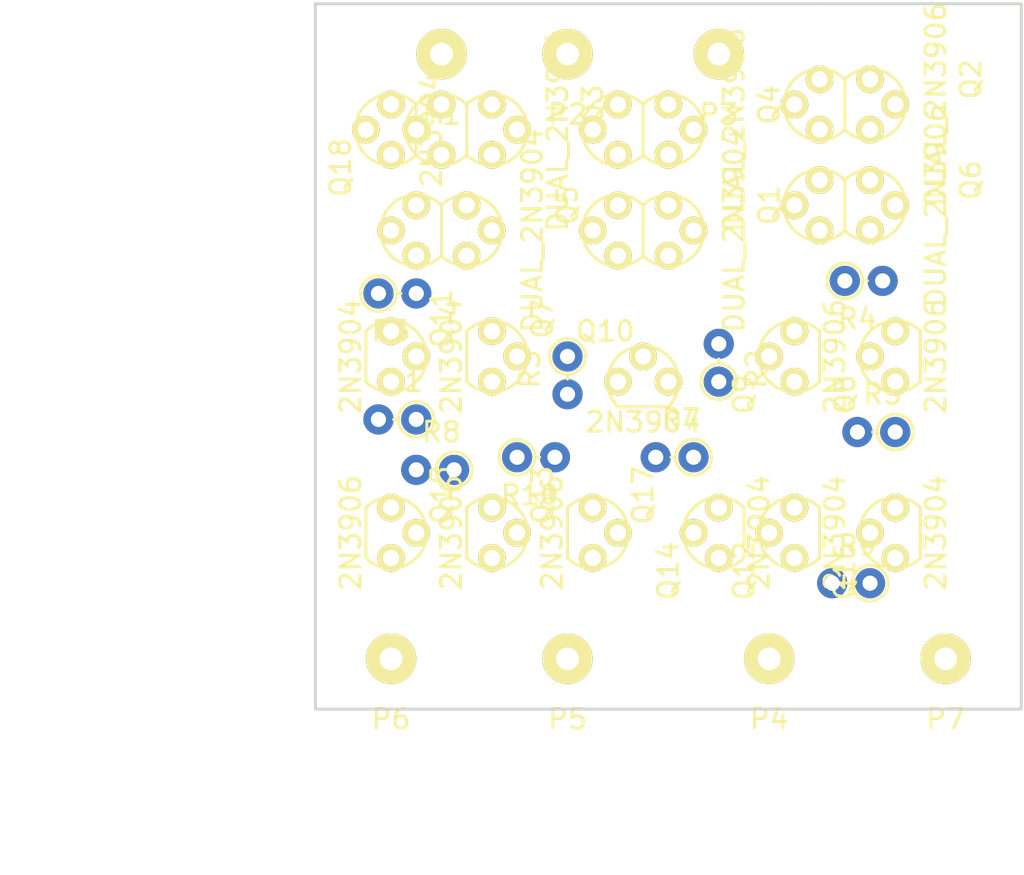
<source format=kicad_pcb>
(kicad_pcb (version 4) (host pcbnew 4.0.7)

  (general
    (links 75)
    (no_connects 75)
    (area 161.45 97.527142 191.575 126.67)
    (thickness 1.6)
    (drawings 8)
    (tracks 0)
    (zones 0)
    (modules 35)
    (nets 25)
  )

  (page A4)
  (layers
    (0 F.Cu signal)
    (31 B.Cu signal)
    (32 B.Adhes user)
    (33 F.Adhes user)
    (34 B.Paste user)
    (35 F.Paste user)
    (36 B.SilkS user)
    (37 F.SilkS user)
    (38 B.Mask user)
    (39 F.Mask user)
    (40 Dwgs.User user)
    (41 Cmts.User user)
    (42 Eco1.User user)
    (43 Eco2.User user)
    (44 Edge.Cuts user)
    (45 Margin user)
    (46 B.CrtYd user)
    (47 F.CrtYd user)
    (48 B.Fab user)
    (49 F.Fab user)
  )

  (setup
    (last_trace_width 0.25)
    (trace_clearance 0.2)
    (zone_clearance 0.508)
    (zone_45_only no)
    (trace_min 0.2)
    (segment_width 0.2)
    (edge_width 0.15)
    (via_size 0.6)
    (via_drill 0.4)
    (via_min_size 0.4)
    (via_min_drill 0.3)
    (uvia_size 0.3)
    (uvia_drill 0.1)
    (uvias_allowed no)
    (uvia_min_size 0.2)
    (uvia_min_drill 0.1)
    (pcb_text_width 0.3)
    (pcb_text_size 1.5 1.5)
    (mod_edge_width 0.15)
    (mod_text_size 1 1)
    (mod_text_width 0.15)
    (pad_size 1.524 1.524)
    (pad_drill 0.762)
    (pad_to_mask_clearance 0.2)
    (aux_axis_origin 0 0)
    (visible_elements 7FFFFFFF)
    (pcbplotparams
      (layerselection 0x00030_80000001)
      (usegerberextensions false)
      (excludeedgelayer true)
      (linewidth 0.100000)
      (plotframeref false)
      (viasonmask false)
      (mode 1)
      (useauxorigin false)
      (hpglpennumber 1)
      (hpglpenspeed 20)
      (hpglpendiameter 15)
      (hpglpenoverlay 2)
      (psnegative false)
      (psa4output false)
      (plotreference true)
      (plotvalue true)
      (plotinvisibletext false)
      (padsonsilk false)
      (subtractmaskfromsilk false)
      (outputformat 1)
      (mirror false)
      (drillshape 1)
      (scaleselection 1)
      (outputdirectory ""))
  )

  (net 0 "")
  (net 1 "Net-(P1-Pad1)")
  (net 2 "Net-(P2-Pad1)")
  (net 3 "Net-(P3-Pad1)")
  (net 4 "Net-(P4-Pad1)")
  (net 5 "Net-(P5-Pad1)")
  (net 6 "Net-(P6-Pad1)")
  (net 7 "Net-(P7-Pad1)")
  (net 8 "Net-(Q1-Pad3)")
  (net 9 "Net-(Q1-Pad1)")
  (net 10 "Net-(Q1-Pad6)")
  (net 11 "Net-(Q3-Pad2)")
  (net 12 "Net-(Q3-Pad6)")
  (net 13 "Net-(Q4-Pad1)")
  (net 14 "Net-(Q5-Pad6)")
  (net 15 "Net-(Q11-Pad2)")
  (net 16 "Net-(Q8-Pad1)")
  (net 17 "Net-(Q10-Pad3)")
  (net 18 "Net-(Q9-Pad1)")
  (net 19 "Net-(Q10-Pad2)")
  (net 20 "Net-(Q11-Pad1)")
  (net 21 "Net-(Q12-Pad2)")
  (net 22 "Net-(Q13-Pad2)")
  (net 23 "Net-(Q14-Pad1)")
  (net 24 "Net-(Q15-Pad1)")

  (net_class Default "This is the default net class."
    (clearance 0.2)
    (trace_width 0.25)
    (via_dia 0.6)
    (via_drill 0.4)
    (uvia_dia 0.3)
    (uvia_drill 0.1)
    (add_net "Net-(P1-Pad1)")
    (add_net "Net-(P2-Pad1)")
    (add_net "Net-(P3-Pad1)")
    (add_net "Net-(P4-Pad1)")
    (add_net "Net-(P5-Pad1)")
    (add_net "Net-(P6-Pad1)")
    (add_net "Net-(P7-Pad1)")
    (add_net "Net-(Q1-Pad1)")
    (add_net "Net-(Q1-Pad3)")
    (add_net "Net-(Q1-Pad6)")
    (add_net "Net-(Q10-Pad2)")
    (add_net "Net-(Q10-Pad3)")
    (add_net "Net-(Q11-Pad1)")
    (add_net "Net-(Q11-Pad2)")
    (add_net "Net-(Q12-Pad2)")
    (add_net "Net-(Q13-Pad2)")
    (add_net "Net-(Q14-Pad1)")
    (add_net "Net-(Q15-Pad1)")
    (add_net "Net-(Q3-Pad2)")
    (add_net "Net-(Q3-Pad6)")
    (add_net "Net-(Q4-Pad1)")
    (add_net "Net-(Q5-Pad6)")
    (add_net "Net-(Q8-Pad1)")
    (add_net "Net-(Q9-Pad1)")
  )

  (module FootPrints:PAD (layer F.Cu) (tedit 58CB3E9B) (tstamp 5A63F9D6)
    (at 168.91 104.14)
    (path /5A636B91)
    (fp_text reference P1 (at 0 0.5) (layer F.SilkS)
      (effects (font (size 1 1) (thickness 0.15)))
    )
    (fp_text value BIAS (at 0 -0.5) (layer F.Fab)
      (effects (font (size 1 1) (thickness 0.15)))
    )
    (pad 1 thru_hole circle (at 0 -2.54) (size 2.54 2.54) (drill 1.143) (layers *.Cu *.Mask F.SilkS)
      (net 1 "Net-(P1-Pad1)"))
  )

  (module FootPrints:PAD (layer F.Cu) (tedit 58CB3E9B) (tstamp 5A63F9DB)
    (at 175.26 104.14)
    (path /5A6369AC)
    (fp_text reference P2 (at 0 0.5) (layer F.SilkS)
      (effects (font (size 1 1) (thickness 0.15)))
    )
    (fp_text value + (at 0 -0.5) (layer F.Fab)
      (effects (font (size 1 1) (thickness 0.15)))
    )
    (pad 1 thru_hole circle (at 0 -2.54) (size 2.54 2.54) (drill 1.143) (layers *.Cu *.Mask F.SilkS)
      (net 2 "Net-(P2-Pad1)"))
  )

  (module FootPrints:PAD (layer F.Cu) (tedit 58CB3E9B) (tstamp 5A63F9E0)
    (at 182.88 104.14)
    (path /5A636B0F)
    (fp_text reference P3 (at 0 0.5) (layer F.SilkS)
      (effects (font (size 1 1) (thickness 0.15)))
    )
    (fp_text value - (at 0 -0.5) (layer F.Fab)
      (effects (font (size 1 1) (thickness 0.15)))
    )
    (pad 1 thru_hole circle (at 0 -2.54) (size 2.54 2.54) (drill 1.143) (layers *.Cu *.Mask F.SilkS)
      (net 3 "Net-(P3-Pad1)"))
  )

  (module FootPrints:PAD (layer F.Cu) (tedit 58CB3E9B) (tstamp 5A63F9E5)
    (at 185.42 134.62)
    (path /5A636F22)
    (fp_text reference P4 (at 0 0.5) (layer F.SilkS)
      (effects (font (size 1 1) (thickness 0.15)))
    )
    (fp_text value COMP (at 0 -0.5) (layer F.Fab)
      (effects (font (size 1 1) (thickness 0.15)))
    )
    (pad 1 thru_hole circle (at 0 -2.54) (size 2.54 2.54) (drill 1.143) (layers *.Cu *.Mask F.SilkS)
      (net 4 "Net-(P4-Pad1)"))
  )

  (module FootPrints:PAD (layer F.Cu) (tedit 58CB3E9B) (tstamp 5A63F9EA)
    (at 175.26 134.62)
    (path /5A636C74)
    (fp_text reference P5 (at 0 0.5) (layer F.SilkS)
      (effects (font (size 1 1) (thickness 0.15)))
    )
    (fp_text value OUT (at 0 -0.5) (layer F.Fab)
      (effects (font (size 1 1) (thickness 0.15)))
    )
    (pad 1 thru_hole circle (at 0 -2.54) (size 2.54 2.54) (drill 1.143) (layers *.Cu *.Mask F.SilkS)
      (net 5 "Net-(P5-Pad1)"))
  )

  (module FootPrints:PAD (layer F.Cu) (tedit 58CB3E9B) (tstamp 5A63F9EF)
    (at 166.37 134.62)
    (path /5A63F566)
    (fp_text reference P6 (at 0 0.5) (layer F.SilkS)
      (effects (font (size 1 1) (thickness 0.15)))
    )
    (fp_text value V- (at 0 -0.5) (layer F.Fab)
      (effects (font (size 1 1) (thickness 0.15)))
    )
    (pad 1 thru_hole circle (at 0 -2.54) (size 2.54 2.54) (drill 1.143) (layers *.Cu *.Mask F.SilkS)
      (net 6 "Net-(P6-Pad1)"))
  )

  (module FootPrints:PAD (layer F.Cu) (tedit 58CB3E9B) (tstamp 5A63F9F4)
    (at 194.31 134.62)
    (path /5A63F480)
    (fp_text reference P7 (at 0 0.5) (layer F.SilkS)
      (effects (font (size 1 1) (thickness 0.15)))
    )
    (fp_text value V+ (at 0 -0.5) (layer F.Fab)
      (effects (font (size 1 1) (thickness 0.15)))
    )
    (pad 1 thru_hole circle (at 0 -2.54) (size 2.54 2.54) (drill 1.143) (layers *.Cu *.Mask F.SilkS)
      (net 7 "Net-(P7-Pad1)"))
  )

  (module FootPrints:DUAL_TO92 (layer F.Cu) (tedit 589B6499) (tstamp 5A63F9FE)
    (at 179.07 110.49 90)
    (path /5A635C8D)
    (fp_text reference Q1 (at 1.27 6.35 90) (layer F.SilkS)
      (effects (font (size 1 1) (thickness 0.15)))
    )
    (fp_text value DUAL_2N3904 (at 0 4.58 90) (layer F.SilkS)
      (effects (font (size 1 1) (thickness 0.15)))
    )
    (fp_arc (start 0 1.27) (end -1.27 2.54) (angle 90) (layer F.SilkS) (width 0.15))
    (fp_arc (start 0 1.27) (end 1.27 2.54) (angle 90) (layer F.SilkS) (width 0.15))
    (fp_arc (start 0 1.27) (end 1.27 0) (angle 90) (layer F.SilkS) (width 0.15))
    (fp_arc (start 0 -1.27) (end 1.27 -2.54) (angle 90) (layer F.SilkS) (width 0.15))
    (fp_arc (start 0 -1.27) (end -1.27 -2.54) (angle 90) (layer F.SilkS) (width 0.15))
    (fp_arc (start 0 -1.27) (end -1.27 0) (angle 90) (layer F.SilkS) (width 0.15))
    (fp_line (start -1.27 0) (end 1.27 0) (layer F.SilkS) (width 0.15))
    (pad 2 thru_hole circle (at 0 2.54 90) (size 1.397 1.397) (drill 0.8128) (layers *.Cu *.Mask F.SilkS)
      (net 3 "Net-(P3-Pad1)"))
    (pad 3 thru_hole circle (at -1.27 1.27 90) (size 1.397 1.397) (drill 0.8128) (layers *.Cu *.Mask F.SilkS)
      (net 8 "Net-(Q1-Pad3)"))
    (pad 1 thru_hole circle (at 1.27 1.27 90) (size 1.397 1.397) (drill 0.8128) (layers *.Cu *.Mask F.SilkS)
      (net 9 "Net-(Q1-Pad1)"))
    (pad 6 thru_hole circle (at 1.27 -1.27 90) (size 1.397 1.397) (drill 0.8128) (layers *.Cu *.Mask F.SilkS)
      (net 10 "Net-(Q1-Pad6)"))
    (pad 4 thru_hole circle (at -1.27 -1.27 90) (size 1.397 1.397) (drill 0.8128) (layers *.Cu *.Mask F.SilkS)
      (net 9 "Net-(Q1-Pad1)"))
    (pad 5 thru_hole circle (at 0 -2.54 90) (size 1.397 1.397) (drill 0.8128) (layers *.Cu *.Mask F.SilkS)
      (net 2 "Net-(P2-Pad1)"))
  )

  (module FootPrints:DUAL_TO92 (layer F.Cu) (tedit 589B6499) (tstamp 5A63FA08)
    (at 189.23 104.14 90)
    (path /5A635DBA)
    (fp_text reference Q2 (at 1.27 6.35 90) (layer F.SilkS)
      (effects (font (size 1 1) (thickness 0.15)))
    )
    (fp_text value DUAL_2N3906 (at 0 4.58 90) (layer F.SilkS)
      (effects (font (size 1 1) (thickness 0.15)))
    )
    (fp_arc (start 0 1.27) (end -1.27 2.54) (angle 90) (layer F.SilkS) (width 0.15))
    (fp_arc (start 0 1.27) (end 1.27 2.54) (angle 90) (layer F.SilkS) (width 0.15))
    (fp_arc (start 0 1.27) (end 1.27 0) (angle 90) (layer F.SilkS) (width 0.15))
    (fp_arc (start 0 -1.27) (end 1.27 -2.54) (angle 90) (layer F.SilkS) (width 0.15))
    (fp_arc (start 0 -1.27) (end -1.27 -2.54) (angle 90) (layer F.SilkS) (width 0.15))
    (fp_arc (start 0 -1.27) (end -1.27 0) (angle 90) (layer F.SilkS) (width 0.15))
    (fp_line (start -1.27 0) (end 1.27 0) (layer F.SilkS) (width 0.15))
    (pad 2 thru_hole circle (at 0 2.54 90) (size 1.397 1.397) (drill 0.8128) (layers *.Cu *.Mask F.SilkS)
      (net 8 "Net-(Q1-Pad3)"))
    (pad 3 thru_hole circle (at -1.27 1.27 90) (size 1.397 1.397) (drill 0.8128) (layers *.Cu *.Mask F.SilkS)
      (net 10 "Net-(Q1-Pad6)"))
    (pad 1 thru_hole circle (at 1.27 1.27 90) (size 1.397 1.397) (drill 0.8128) (layers *.Cu *.Mask F.SilkS)
      (net 7 "Net-(P7-Pad1)"))
    (pad 6 thru_hole circle (at 1.27 -1.27 90) (size 1.397 1.397) (drill 0.8128) (layers *.Cu *.Mask F.SilkS)
      (net 8 "Net-(Q1-Pad3)"))
    (pad 4 thru_hole circle (at -1.27 -1.27 90) (size 1.397 1.397) (drill 0.8128) (layers *.Cu *.Mask F.SilkS)
      (net 7 "Net-(P7-Pad1)"))
    (pad 5 thru_hole circle (at 0 -2.54 90) (size 1.397 1.397) (drill 0.8128) (layers *.Cu *.Mask F.SilkS)
      (net 8 "Net-(Q1-Pad3)"))
  )

  (module FootPrints:DUAL_TO92 (layer F.Cu) (tedit 589B6499) (tstamp 5A63FA12)
    (at 170.18 105.41 90)
    (path /5A635F58)
    (fp_text reference Q3 (at 1.27 6.35 90) (layer F.SilkS)
      (effects (font (size 1 1) (thickness 0.15)))
    )
    (fp_text value DUAL_2N3904 (at 0 4.58 90) (layer F.SilkS)
      (effects (font (size 1 1) (thickness 0.15)))
    )
    (fp_arc (start 0 1.27) (end -1.27 2.54) (angle 90) (layer F.SilkS) (width 0.15))
    (fp_arc (start 0 1.27) (end 1.27 2.54) (angle 90) (layer F.SilkS) (width 0.15))
    (fp_arc (start 0 1.27) (end 1.27 0) (angle 90) (layer F.SilkS) (width 0.15))
    (fp_arc (start 0 -1.27) (end 1.27 -2.54) (angle 90) (layer F.SilkS) (width 0.15))
    (fp_arc (start 0 -1.27) (end -1.27 -2.54) (angle 90) (layer F.SilkS) (width 0.15))
    (fp_arc (start 0 -1.27) (end -1.27 0) (angle 90) (layer F.SilkS) (width 0.15))
    (fp_line (start -1.27 0) (end 1.27 0) (layer F.SilkS) (width 0.15))
    (pad 2 thru_hole circle (at 0 2.54 90) (size 1.397 1.397) (drill 0.8128) (layers *.Cu *.Mask F.SilkS)
      (net 11 "Net-(Q3-Pad2)"))
    (pad 3 thru_hole circle (at -1.27 1.27 90) (size 1.397 1.397) (drill 0.8128) (layers *.Cu *.Mask F.SilkS)
      (net 11 "Net-(Q3-Pad2)"))
    (pad 1 thru_hole circle (at 1.27 1.27 90) (size 1.397 1.397) (drill 0.8128) (layers *.Cu *.Mask F.SilkS)
      (net 6 "Net-(P6-Pad1)"))
    (pad 6 thru_hole circle (at 1.27 -1.27 90) (size 1.397 1.397) (drill 0.8128) (layers *.Cu *.Mask F.SilkS)
      (net 12 "Net-(Q3-Pad6)"))
    (pad 4 thru_hole circle (at -1.27 -1.27 90) (size 1.397 1.397) (drill 0.8128) (layers *.Cu *.Mask F.SilkS)
      (net 6 "Net-(P6-Pad1)"))
    (pad 5 thru_hole circle (at 0 -2.54 90) (size 1.397 1.397) (drill 0.8128) (layers *.Cu *.Mask F.SilkS)
      (net 11 "Net-(Q3-Pad2)"))
  )

  (module FootPrints:DUAL_TO92 (layer F.Cu) (tedit 589B6499) (tstamp 5A63FA1C)
    (at 179.07 105.41 90)
    (path /5A635CDC)
    (fp_text reference Q4 (at 1.27 6.35 90) (layer F.SilkS)
      (effects (font (size 1 1) (thickness 0.15)))
    )
    (fp_text value DUAL_2N3906 (at 0 4.58 90) (layer F.SilkS)
      (effects (font (size 1 1) (thickness 0.15)))
    )
    (fp_arc (start 0 1.27) (end -1.27 2.54) (angle 90) (layer F.SilkS) (width 0.15))
    (fp_arc (start 0 1.27) (end 1.27 2.54) (angle 90) (layer F.SilkS) (width 0.15))
    (fp_arc (start 0 1.27) (end 1.27 0) (angle 90) (layer F.SilkS) (width 0.15))
    (fp_arc (start 0 -1.27) (end 1.27 -2.54) (angle 90) (layer F.SilkS) (width 0.15))
    (fp_arc (start 0 -1.27) (end -1.27 -2.54) (angle 90) (layer F.SilkS) (width 0.15))
    (fp_arc (start 0 -1.27) (end -1.27 0) (angle 90) (layer F.SilkS) (width 0.15))
    (fp_line (start -1.27 0) (end 1.27 0) (layer F.SilkS) (width 0.15))
    (pad 2 thru_hole circle (at 0 2.54 90) (size 1.397 1.397) (drill 0.8128) (layers *.Cu *.Mask F.SilkS)
      (net 3 "Net-(P3-Pad1)"))
    (pad 3 thru_hole circle (at -1.27 1.27 90) (size 1.397 1.397) (drill 0.8128) (layers *.Cu *.Mask F.SilkS)
      (net 11 "Net-(Q3-Pad2)"))
    (pad 1 thru_hole circle (at 1.27 1.27 90) (size 1.397 1.397) (drill 0.8128) (layers *.Cu *.Mask F.SilkS)
      (net 13 "Net-(Q4-Pad1)"))
    (pad 6 thru_hole circle (at 1.27 -1.27 90) (size 1.397 1.397) (drill 0.8128) (layers *.Cu *.Mask F.SilkS)
      (net 12 "Net-(Q3-Pad6)"))
    (pad 4 thru_hole circle (at -1.27 -1.27 90) (size 1.397 1.397) (drill 0.8128) (layers *.Cu *.Mask F.SilkS)
      (net 13 "Net-(Q4-Pad1)"))
    (pad 5 thru_hole circle (at 0 -2.54 90) (size 1.397 1.397) (drill 0.8128) (layers *.Cu *.Mask F.SilkS)
      (net 2 "Net-(P2-Pad1)"))
  )

  (module FootPrints:DUAL_TO92 (layer F.Cu) (tedit 589B6499) (tstamp 5A63FA26)
    (at 168.91 110.49 90)
    (path /5A636254)
    (fp_text reference Q5 (at 1.27 6.35 90) (layer F.SilkS)
      (effects (font (size 1 1) (thickness 0.15)))
    )
    (fp_text value DUAL_2N3904 (at 0 4.58 90) (layer F.SilkS)
      (effects (font (size 1 1) (thickness 0.15)))
    )
    (fp_arc (start 0 1.27) (end -1.27 2.54) (angle 90) (layer F.SilkS) (width 0.15))
    (fp_arc (start 0 1.27) (end 1.27 2.54) (angle 90) (layer F.SilkS) (width 0.15))
    (fp_arc (start 0 1.27) (end 1.27 0) (angle 90) (layer F.SilkS) (width 0.15))
    (fp_arc (start 0 -1.27) (end 1.27 -2.54) (angle 90) (layer F.SilkS) (width 0.15))
    (fp_arc (start 0 -1.27) (end -1.27 -2.54) (angle 90) (layer F.SilkS) (width 0.15))
    (fp_arc (start 0 -1.27) (end -1.27 0) (angle 90) (layer F.SilkS) (width 0.15))
    (fp_line (start -1.27 0) (end 1.27 0) (layer F.SilkS) (width 0.15))
    (pad 2 thru_hole circle (at 0 2.54 90) (size 1.397 1.397) (drill 0.8128) (layers *.Cu *.Mask F.SilkS)
      (net 1 "Net-(P1-Pad1)"))
    (pad 3 thru_hole circle (at -1.27 1.27 90) (size 1.397 1.397) (drill 0.8128) (layers *.Cu *.Mask F.SilkS)
      (net 9 "Net-(Q1-Pad1)"))
    (pad 1 thru_hole circle (at 1.27 1.27 90) (size 1.397 1.397) (drill 0.8128) (layers *.Cu *.Mask F.SilkS)
      (net 6 "Net-(P6-Pad1)"))
    (pad 6 thru_hole circle (at 1.27 -1.27 90) (size 1.397 1.397) (drill 0.8128) (layers *.Cu *.Mask F.SilkS)
      (net 14 "Net-(Q5-Pad6)"))
    (pad 4 thru_hole circle (at -1.27 -1.27 90) (size 1.397 1.397) (drill 0.8128) (layers *.Cu *.Mask F.SilkS)
      (net 6 "Net-(P6-Pad1)"))
    (pad 5 thru_hole circle (at 0 -2.54 90) (size 1.397 1.397) (drill 0.8128) (layers *.Cu *.Mask F.SilkS)
      (net 1 "Net-(P1-Pad1)"))
  )

  (module FootPrints:DUAL_TO92 (layer F.Cu) (tedit 589B6499) (tstamp 5A63FA30)
    (at 189.23 109.22 90)
    (path /5A6360BE)
    (fp_text reference Q6 (at 1.27 6.35 90) (layer F.SilkS)
      (effects (font (size 1 1) (thickness 0.15)))
    )
    (fp_text value DUAL_2N3906 (at 0 4.58 90) (layer F.SilkS)
      (effects (font (size 1 1) (thickness 0.15)))
    )
    (fp_arc (start 0 1.27) (end -1.27 2.54) (angle 90) (layer F.SilkS) (width 0.15))
    (fp_arc (start 0 1.27) (end 1.27 2.54) (angle 90) (layer F.SilkS) (width 0.15))
    (fp_arc (start 0 1.27) (end 1.27 0) (angle 90) (layer F.SilkS) (width 0.15))
    (fp_arc (start 0 -1.27) (end 1.27 -2.54) (angle 90) (layer F.SilkS) (width 0.15))
    (fp_arc (start 0 -1.27) (end -1.27 -2.54) (angle 90) (layer F.SilkS) (width 0.15))
    (fp_arc (start 0 -1.27) (end -1.27 0) (angle 90) (layer F.SilkS) (width 0.15))
    (fp_line (start -1.27 0) (end 1.27 0) (layer F.SilkS) (width 0.15))
    (pad 2 thru_hole circle (at 0 2.54 90) (size 1.397 1.397) (drill 0.8128) (layers *.Cu *.Mask F.SilkS)
      (net 14 "Net-(Q5-Pad6)"))
    (pad 3 thru_hole circle (at -1.27 1.27 90) (size 1.397 1.397) (drill 0.8128) (layers *.Cu *.Mask F.SilkS)
      (net 14 "Net-(Q5-Pad6)"))
    (pad 1 thru_hole circle (at 1.27 1.27 90) (size 1.397 1.397) (drill 0.8128) (layers *.Cu *.Mask F.SilkS)
      (net 7 "Net-(P7-Pad1)"))
    (pad 6 thru_hole circle (at 1.27 -1.27 90) (size 1.397 1.397) (drill 0.8128) (layers *.Cu *.Mask F.SilkS)
      (net 13 "Net-(Q4-Pad1)"))
    (pad 4 thru_hole circle (at -1.27 -1.27 90) (size 1.397 1.397) (drill 0.8128) (layers *.Cu *.Mask F.SilkS)
      (net 7 "Net-(P7-Pad1)"))
    (pad 5 thru_hole circle (at 0 -2.54 90) (size 1.397 1.397) (drill 0.8128) (layers *.Cu *.Mask F.SilkS)
      (net 14 "Net-(Q5-Pad6)"))
  )

  (module FootPrints:TO92 (layer F.Cu) (tedit 56EB857F) (tstamp 5A63FA37)
    (at 171.45 116.84 270)
    (path /5A640290)
    (fp_text reference Q7 (at -1.905 -2.54 270) (layer F.SilkS)
      (effects (font (size 1 1) (thickness 0.15)))
    )
    (fp_text value 2N3904 (at 0 2.04 270) (layer F.SilkS)
      (effects (font (size 1 1) (thickness 0.15)))
    )
    (fp_arc (start 0 0) (end -1.27 1.27) (angle 90) (layer F.SilkS) (width 0.15))
    (fp_arc (start 0 0) (end -1.27 -1.27) (angle 90) (layer F.SilkS) (width 0.15))
    (fp_arc (start 0 0) (end 1.27 -1.27) (angle 90) (layer F.SilkS) (width 0.15))
    (fp_line (start -1.27 1.27) (end 1.27 1.27) (layer F.SilkS) (width 0.15))
    (pad 1 thru_hole circle (at -1.27 0 270) (size 1.397 1.397) (drill 0.8128) (layers *.Cu *.Mask F.SilkS)
      (net 15 "Net-(Q11-Pad2)"))
    (pad 2 thru_hole circle (at 0 -1.27 270) (size 1.397 1.397) (drill 0.8128) (layers *.Cu *.Mask F.SilkS)
      (net 12 "Net-(Q3-Pad6)"))
    (pad 3 thru_hole circle (at 1.27 0 270) (size 1.397 1.397) (drill 0.8128) (layers *.Cu *.Mask F.SilkS)
      (net 4 "Net-(P4-Pad1)"))
  )

  (module FootPrints:TO92 (layer F.Cu) (tedit 56EB857F) (tstamp 5A63FA3E)
    (at 191.77 116.84 90)
    (path /5A64043E)
    (fp_text reference Q8 (at -1.905 -2.54 90) (layer F.SilkS)
      (effects (font (size 1 1) (thickness 0.15)))
    )
    (fp_text value 2N3906 (at 0 2.04 90) (layer F.SilkS)
      (effects (font (size 1 1) (thickness 0.15)))
    )
    (fp_arc (start 0 0) (end -1.27 1.27) (angle 90) (layer F.SilkS) (width 0.15))
    (fp_arc (start 0 0) (end -1.27 -1.27) (angle 90) (layer F.SilkS) (width 0.15))
    (fp_arc (start 0 0) (end 1.27 -1.27) (angle 90) (layer F.SilkS) (width 0.15))
    (fp_line (start -1.27 1.27) (end 1.27 1.27) (layer F.SilkS) (width 0.15))
    (pad 1 thru_hole circle (at -1.27 0 90) (size 1.397 1.397) (drill 0.8128) (layers *.Cu *.Mask F.SilkS)
      (net 16 "Net-(Q8-Pad1)"))
    (pad 2 thru_hole circle (at 0 -1.27 90) (size 1.397 1.397) (drill 0.8128) (layers *.Cu *.Mask F.SilkS)
      (net 10 "Net-(Q1-Pad6)"))
    (pad 3 thru_hole circle (at 1.27 0 90) (size 1.397 1.397) (drill 0.8128) (layers *.Cu *.Mask F.SilkS)
      (net 17 "Net-(Q10-Pad3)"))
  )

  (module FootPrints:TO92 (layer F.Cu) (tedit 56EB857F) (tstamp 5A63FA45)
    (at 186.69 116.84 90)
    (path /5A640520)
    (fp_text reference Q9 (at -1.905 -2.54 90) (layer F.SilkS)
      (effects (font (size 1 1) (thickness 0.15)))
    )
    (fp_text value 2N3906 (at 0 2.04 90) (layer F.SilkS)
      (effects (font (size 1 1) (thickness 0.15)))
    )
    (fp_arc (start 0 0) (end -1.27 1.27) (angle 90) (layer F.SilkS) (width 0.15))
    (fp_arc (start 0 0) (end -1.27 -1.27) (angle 90) (layer F.SilkS) (width 0.15))
    (fp_arc (start 0 0) (end 1.27 -1.27) (angle 90) (layer F.SilkS) (width 0.15))
    (fp_line (start -1.27 1.27) (end 1.27 1.27) (layer F.SilkS) (width 0.15))
    (pad 1 thru_hole circle (at -1.27 0 90) (size 1.397 1.397) (drill 0.8128) (layers *.Cu *.Mask F.SilkS)
      (net 18 "Net-(Q9-Pad1)"))
    (pad 2 thru_hole circle (at 0 -1.27 90) (size 1.397 1.397) (drill 0.8128) (layers *.Cu *.Mask F.SilkS)
      (net 16 "Net-(Q8-Pad1)"))
    (pad 3 thru_hole circle (at 1.27 0 90) (size 1.397 1.397) (drill 0.8128) (layers *.Cu *.Mask F.SilkS)
      (net 17 "Net-(Q10-Pad3)"))
  )

  (module FootPrints:TO92 (layer F.Cu) (tedit 56EB857F) (tstamp 5A63FA4C)
    (at 179.07 118.11)
    (path /5A63FCC1)
    (fp_text reference Q10 (at -1.905 -2.54) (layer F.SilkS)
      (effects (font (size 1 1) (thickness 0.15)))
    )
    (fp_text value 2N3904 (at 0 2.04) (layer F.SilkS)
      (effects (font (size 1 1) (thickness 0.15)))
    )
    (fp_arc (start 0 0) (end -1.27 1.27) (angle 90) (layer F.SilkS) (width 0.15))
    (fp_arc (start 0 0) (end -1.27 -1.27) (angle 90) (layer F.SilkS) (width 0.15))
    (fp_arc (start 0 0) (end 1.27 -1.27) (angle 90) (layer F.SilkS) (width 0.15))
    (fp_line (start -1.27 1.27) (end 1.27 1.27) (layer F.SilkS) (width 0.15))
    (pad 1 thru_hole circle (at -1.27 0) (size 1.397 1.397) (drill 0.8128) (layers *.Cu *.Mask F.SilkS)
      (net 4 "Net-(P4-Pad1)"))
    (pad 2 thru_hole circle (at 0 -1.27) (size 1.397 1.397) (drill 0.8128) (layers *.Cu *.Mask F.SilkS)
      (net 19 "Net-(Q10-Pad2)"))
    (pad 3 thru_hole circle (at 1.27 0) (size 1.397 1.397) (drill 0.8128) (layers *.Cu *.Mask F.SilkS)
      (net 17 "Net-(Q10-Pad3)"))
  )

  (module FootPrints:TO92 (layer F.Cu) (tedit 56EB857F) (tstamp 5A63FA53)
    (at 166.37 116.84 270)
    (path /5A64039D)
    (fp_text reference Q11 (at -1.905 -2.54 270) (layer F.SilkS)
      (effects (font (size 1 1) (thickness 0.15)))
    )
    (fp_text value 2N3904 (at 0 2.04 270) (layer F.SilkS)
      (effects (font (size 1 1) (thickness 0.15)))
    )
    (fp_arc (start 0 0) (end -1.27 1.27) (angle 90) (layer F.SilkS) (width 0.15))
    (fp_arc (start 0 0) (end -1.27 -1.27) (angle 90) (layer F.SilkS) (width 0.15))
    (fp_arc (start 0 0) (end 1.27 -1.27) (angle 90) (layer F.SilkS) (width 0.15))
    (fp_line (start -1.27 1.27) (end 1.27 1.27) (layer F.SilkS) (width 0.15))
    (pad 1 thru_hole circle (at -1.27 0 270) (size 1.397 1.397) (drill 0.8128) (layers *.Cu *.Mask F.SilkS)
      (net 20 "Net-(Q11-Pad1)"))
    (pad 2 thru_hole circle (at 0 -1.27 270) (size 1.397 1.397) (drill 0.8128) (layers *.Cu *.Mask F.SilkS)
      (net 15 "Net-(Q11-Pad2)"))
    (pad 3 thru_hole circle (at 1.27 0 270) (size 1.397 1.397) (drill 0.8128) (layers *.Cu *.Mask F.SilkS)
      (net 4 "Net-(P4-Pad1)"))
  )

  (module FootPrints:TO92 (layer F.Cu) (tedit 56EB857F) (tstamp 5A63FA5A)
    (at 186.69 125.73 90)
    (path /5A63F9F4)
    (fp_text reference Q12 (at -1.905 -2.54 90) (layer F.SilkS)
      (effects (font (size 1 1) (thickness 0.15)))
    )
    (fp_text value 2N3904 (at 0 2.04 90) (layer F.SilkS)
      (effects (font (size 1 1) (thickness 0.15)))
    )
    (fp_arc (start 0 0) (end -1.27 1.27) (angle 90) (layer F.SilkS) (width 0.15))
    (fp_arc (start 0 0) (end -1.27 -1.27) (angle 90) (layer F.SilkS) (width 0.15))
    (fp_arc (start 0 0) (end 1.27 -1.27) (angle 90) (layer F.SilkS) (width 0.15))
    (fp_line (start -1.27 1.27) (end 1.27 1.27) (layer F.SilkS) (width 0.15))
    (pad 1 thru_hole circle (at -1.27 0 90) (size 1.397 1.397) (drill 0.8128) (layers *.Cu *.Mask F.SilkS)
      (net 5 "Net-(P5-Pad1)"))
    (pad 2 thru_hole circle (at 0 -1.27 90) (size 1.397 1.397) (drill 0.8128) (layers *.Cu *.Mask F.SilkS)
      (net 21 "Net-(Q12-Pad2)"))
    (pad 3 thru_hole circle (at 1.27 0 90) (size 1.397 1.397) (drill 0.8128) (layers *.Cu *.Mask F.SilkS)
      (net 17 "Net-(Q10-Pad3)"))
  )

  (module FootPrints:TO92 (layer F.Cu) (tedit 56EB857F) (tstamp 5A63FA61)
    (at 171.45 125.73 270)
    (path /5A63FB23)
    (fp_text reference Q13 (at -1.905 -2.54 270) (layer F.SilkS)
      (effects (font (size 1 1) (thickness 0.15)))
    )
    (fp_text value 2N3906 (at 0 2.04 270) (layer F.SilkS)
      (effects (font (size 1 1) (thickness 0.15)))
    )
    (fp_arc (start 0 0) (end -1.27 1.27) (angle 90) (layer F.SilkS) (width 0.15))
    (fp_arc (start 0 0) (end -1.27 -1.27) (angle 90) (layer F.SilkS) (width 0.15))
    (fp_arc (start 0 0) (end 1.27 -1.27) (angle 90) (layer F.SilkS) (width 0.15))
    (fp_line (start -1.27 1.27) (end 1.27 1.27) (layer F.SilkS) (width 0.15))
    (pad 1 thru_hole circle (at -1.27 0 270) (size 1.397 1.397) (drill 0.8128) (layers *.Cu *.Mask F.SilkS)
      (net 5 "Net-(P5-Pad1)"))
    (pad 2 thru_hole circle (at 0 -1.27 270) (size 1.397 1.397) (drill 0.8128) (layers *.Cu *.Mask F.SilkS)
      (net 22 "Net-(Q13-Pad2)"))
    (pad 3 thru_hole circle (at 1.27 0 270) (size 1.397 1.397) (drill 0.8128) (layers *.Cu *.Mask F.SilkS)
      (net 4 "Net-(P4-Pad1)"))
  )

  (module FootPrints:TO92 (layer F.Cu) (tedit 56EB857F) (tstamp 5A63FA68)
    (at 182.88 125.73 90)
    (path /5A63FF4E)
    (fp_text reference Q14 (at -1.905 -2.54 90) (layer F.SilkS)
      (effects (font (size 1 1) (thickness 0.15)))
    )
    (fp_text value 2N3904 (at 0 2.04 90) (layer F.SilkS)
      (effects (font (size 1 1) (thickness 0.15)))
    )
    (fp_arc (start 0 0) (end -1.27 1.27) (angle 90) (layer F.SilkS) (width 0.15))
    (fp_arc (start 0 0) (end -1.27 -1.27) (angle 90) (layer F.SilkS) (width 0.15))
    (fp_arc (start 0 0) (end 1.27 -1.27) (angle 90) (layer F.SilkS) (width 0.15))
    (fp_line (start -1.27 1.27) (end 1.27 1.27) (layer F.SilkS) (width 0.15))
    (pad 1 thru_hole circle (at -1.27 0 90) (size 1.397 1.397) (drill 0.8128) (layers *.Cu *.Mask F.SilkS)
      (net 23 "Net-(Q14-Pad1)"))
    (pad 2 thru_hole circle (at 0 -1.27 90) (size 1.397 1.397) (drill 0.8128) (layers *.Cu *.Mask F.SilkS)
      (net 17 "Net-(Q10-Pad3)"))
    (pad 3 thru_hole circle (at 1.27 0 90) (size 1.397 1.397) (drill 0.8128) (layers *.Cu *.Mask F.SilkS)
      (net 7 "Net-(P7-Pad1)"))
  )

  (module FootPrints:TO92 (layer F.Cu) (tedit 56EB857F) (tstamp 5A63FA6F)
    (at 166.37 125.73 270)
    (path /5A6400F2)
    (fp_text reference Q15 (at -1.905 -2.54 270) (layer F.SilkS)
      (effects (font (size 1 1) (thickness 0.15)))
    )
    (fp_text value 2N3906 (at 0 2.04 270) (layer F.SilkS)
      (effects (font (size 1 1) (thickness 0.15)))
    )
    (fp_arc (start 0 0) (end -1.27 1.27) (angle 90) (layer F.SilkS) (width 0.15))
    (fp_arc (start 0 0) (end -1.27 -1.27) (angle 90) (layer F.SilkS) (width 0.15))
    (fp_arc (start 0 0) (end 1.27 -1.27) (angle 90) (layer F.SilkS) (width 0.15))
    (fp_line (start -1.27 1.27) (end 1.27 1.27) (layer F.SilkS) (width 0.15))
    (pad 1 thru_hole circle (at -1.27 0 270) (size 1.397 1.397) (drill 0.8128) (layers *.Cu *.Mask F.SilkS)
      (net 24 "Net-(Q15-Pad1)"))
    (pad 2 thru_hole circle (at 0 -1.27 270) (size 1.397 1.397) (drill 0.8128) (layers *.Cu *.Mask F.SilkS)
      (net 4 "Net-(P4-Pad1)"))
    (pad 3 thru_hole circle (at 1.27 0 270) (size 1.397 1.397) (drill 0.8128) (layers *.Cu *.Mask F.SilkS)
      (net 6 "Net-(P6-Pad1)"))
  )

  (module FootPrints:TO92 (layer F.Cu) (tedit 56EB857F) (tstamp 5A63FA76)
    (at 191.77 125.73 90)
    (path /5A63FFFE)
    (fp_text reference Q16 (at -1.905 -2.54 90) (layer F.SilkS)
      (effects (font (size 1 1) (thickness 0.15)))
    )
    (fp_text value 2N3904 (at 0 2.04 90) (layer F.SilkS)
      (effects (font (size 1 1) (thickness 0.15)))
    )
    (fp_arc (start 0 0) (end -1.27 1.27) (angle 90) (layer F.SilkS) (width 0.15))
    (fp_arc (start 0 0) (end -1.27 -1.27) (angle 90) (layer F.SilkS) (width 0.15))
    (fp_arc (start 0 0) (end 1.27 -1.27) (angle 90) (layer F.SilkS) (width 0.15))
    (fp_line (start -1.27 1.27) (end 1.27 1.27) (layer F.SilkS) (width 0.15))
    (pad 1 thru_hole circle (at -1.27 0 90) (size 1.397 1.397) (drill 0.8128) (layers *.Cu *.Mask F.SilkS)
      (net 21 "Net-(Q12-Pad2)"))
    (pad 2 thru_hole circle (at 0 -1.27 90) (size 1.397 1.397) (drill 0.8128) (layers *.Cu *.Mask F.SilkS)
      (net 23 "Net-(Q14-Pad1)"))
    (pad 3 thru_hole circle (at 1.27 0 90) (size 1.397 1.397) (drill 0.8128) (layers *.Cu *.Mask F.SilkS)
      (net 7 "Net-(P7-Pad1)"))
  )

  (module FootPrints:TO92 (layer F.Cu) (tedit 56EB857F) (tstamp 5A63FA7D)
    (at 176.53 125.73 270)
    (path /5A64019C)
    (fp_text reference Q17 (at -1.905 -2.54 270) (layer F.SilkS)
      (effects (font (size 1 1) (thickness 0.15)))
    )
    (fp_text value 2N3906 (at 0 2.04 270) (layer F.SilkS)
      (effects (font (size 1 1) (thickness 0.15)))
    )
    (fp_arc (start 0 0) (end -1.27 1.27) (angle 90) (layer F.SilkS) (width 0.15))
    (fp_arc (start 0 0) (end -1.27 -1.27) (angle 90) (layer F.SilkS) (width 0.15))
    (fp_arc (start 0 0) (end 1.27 -1.27) (angle 90) (layer F.SilkS) (width 0.15))
    (fp_line (start -1.27 1.27) (end 1.27 1.27) (layer F.SilkS) (width 0.15))
    (pad 1 thru_hole circle (at -1.27 0 270) (size 1.397 1.397) (drill 0.8128) (layers *.Cu *.Mask F.SilkS)
      (net 22 "Net-(Q13-Pad2)"))
    (pad 2 thru_hole circle (at 0 -1.27 270) (size 1.397 1.397) (drill 0.8128) (layers *.Cu *.Mask F.SilkS)
      (net 24 "Net-(Q15-Pad1)"))
    (pad 3 thru_hole circle (at 1.27 0 270) (size 1.397 1.397) (drill 0.8128) (layers *.Cu *.Mask F.SilkS)
      (net 6 "Net-(P6-Pad1)"))
  )

  (module FootPrints:TO92 (layer F.Cu) (tedit 56EB857F) (tstamp 5A63FA84)
    (at 166.37 105.41 90)
    (path /5A63FD96)
    (fp_text reference Q18 (at -1.905 -2.54 90) (layer F.SilkS)
      (effects (font (size 1 1) (thickness 0.15)))
    )
    (fp_text value 2N3904 (at 0 2.04 90) (layer F.SilkS)
      (effects (font (size 1 1) (thickness 0.15)))
    )
    (fp_arc (start 0 0) (end -1.27 1.27) (angle 90) (layer F.SilkS) (width 0.15))
    (fp_arc (start 0 0) (end -1.27 -1.27) (angle 90) (layer F.SilkS) (width 0.15))
    (fp_arc (start 0 0) (end 1.27 -1.27) (angle 90) (layer F.SilkS) (width 0.15))
    (fp_line (start -1.27 1.27) (end 1.27 1.27) (layer F.SilkS) (width 0.15))
    (pad 1 thru_hole circle (at -1.27 0 90) (size 1.397 1.397) (drill 0.8128) (layers *.Cu *.Mask F.SilkS)
      (net 6 "Net-(P6-Pad1)"))
    (pad 2 thru_hole circle (at 0 -1.27 90) (size 1.397 1.397) (drill 0.8128) (layers *.Cu *.Mask F.SilkS)
      (net 1 "Net-(P1-Pad1)"))
    (pad 3 thru_hole circle (at 1.27 0 90) (size 1.397 1.397) (drill 0.8128) (layers *.Cu *.Mask F.SilkS)
      (net 1 "Net-(P1-Pad1)"))
  )

  (module FootPrints:RAD_R (layer F.Cu) (tedit 5A640600) (tstamp 5A640757)
    (at 167.64 120.015 180)
    (path /5A636F1B)
    (fp_text reference R1 (at 0.635 1.905 180) (layer F.SilkS)
      (effects (font (size 1 1) (thickness 0.15)))
    )
    (fp_text value 10K (at 0.635 3.175 180) (layer F.Fab)
      (effects (font (size 1 1) (thickness 0.15)))
    )
    (fp_line (start 1.143 0) (end 0.889 0) (layer F.SilkS) (width 0.15))
    (fp_circle (center 0 0) (end -0.635 -0.635) (layer F.SilkS) (width 0.15))
    (pad 1 thru_hole circle (at 0 0 180) (size 1.524 1.524) (drill 0.762) (layers *.Cu *.Mask)
      (net 15 "Net-(Q11-Pad2)"))
    (pad 2 thru_hole circle (at 1.905 0 180) (size 1.524 1.524) (drill 0.762) (layers *.Cu *.Mask)
      (net 6 "Net-(P6-Pad1)"))
  )

  (module FootPrints:RAD_R (layer F.Cu) (tedit 5A640600) (tstamp 5A64075E)
    (at 182.88 118.11 90)
    (path /5A637112)
    (fp_text reference R2 (at 0.635 1.905 90) (layer F.SilkS)
      (effects (font (size 1 1) (thickness 0.15)))
    )
    (fp_text value 39K (at 2.54 1.778 90) (layer F.Fab)
      (effects (font (size 1 1) (thickness 0.15)))
    )
    (fp_line (start 1.143 0) (end 0.889 0) (layer F.SilkS) (width 0.15))
    (fp_circle (center 0 0) (end -0.635 -0.635) (layer F.SilkS) (width 0.15))
    (pad 1 thru_hole circle (at 0 0 90) (size 1.524 1.524) (drill 0.762) (layers *.Cu *.Mask)
      (net 17 "Net-(Q10-Pad3)"))
    (pad 2 thru_hole circle (at 1.905 0 90) (size 1.524 1.524) (drill 0.762) (layers *.Cu *.Mask)
      (net 19 "Net-(Q10-Pad2)"))
  )

  (module FootPrints:RAD_R (layer F.Cu) (tedit 5A640600) (tstamp 5A640765)
    (at 175.26 116.84 270)
    (path /5A63707E)
    (fp_text reference R3 (at 0.635 1.905 270) (layer F.SilkS)
      (effects (font (size 1 1) (thickness 0.15)))
    )
    (fp_text value 10K (at 0.635 3.175 270) (layer F.Fab)
      (effects (font (size 1 1) (thickness 0.15)))
    )
    (fp_line (start 1.143 0) (end 0.889 0) (layer F.SilkS) (width 0.15))
    (fp_circle (center 0 0) (end -0.635 -0.635) (layer F.SilkS) (width 0.15))
    (pad 1 thru_hole circle (at 0 0 270) (size 1.524 1.524) (drill 0.762) (layers *.Cu *.Mask)
      (net 19 "Net-(Q10-Pad2)"))
    (pad 2 thru_hole circle (at 1.905 0 270) (size 1.524 1.524) (drill 0.762) (layers *.Cu *.Mask)
      (net 4 "Net-(P4-Pad1)"))
  )

  (module FootPrints:RAD_R (layer F.Cu) (tedit 5A640600) (tstamp 5A64076C)
    (at 189.23 113.03)
    (path /5A6369DB)
    (fp_text reference R4 (at 0.635 1.905) (layer F.SilkS)
      (effects (font (size 1 1) (thickness 0.15)))
    )
    (fp_text value 10K (at 0.635 3.175) (layer F.Fab)
      (effects (font (size 1 1) (thickness 0.15)))
    )
    (fp_line (start 1.143 0) (end 0.889 0) (layer F.SilkS) (width 0.15))
    (fp_circle (center 0 0) (end -0.635 -0.635) (layer F.SilkS) (width 0.15))
    (pad 1 thru_hole circle (at 0 0) (size 1.524 1.524) (drill 0.762) (layers *.Cu *.Mask)
      (net 7 "Net-(P7-Pad1)"))
    (pad 2 thru_hole circle (at 1.905 0) (size 1.524 1.524) (drill 0.762) (layers *.Cu *.Mask)
      (net 16 "Net-(Q8-Pad1)"))
  )

  (module FootPrints:RAD_R (layer F.Cu) (tedit 5A640600) (tstamp 5A640773)
    (at 191.77 120.65 180)
    (path /5A636944)
    (fp_text reference R5 (at 0.635 1.905 180) (layer F.SilkS)
      (effects (font (size 1 1) (thickness 0.15)))
    )
    (fp_text value 100 (at 0.635 3.175 180) (layer F.Fab)
      (effects (font (size 1 1) (thickness 0.15)))
    )
    (fp_line (start 1.143 0) (end 0.889 0) (layer F.SilkS) (width 0.15))
    (fp_circle (center 0 0) (end -0.635 -0.635) (layer F.SilkS) (width 0.15))
    (pad 1 thru_hole circle (at 0 0 180) (size 1.524 1.524) (drill 0.762) (layers *.Cu *.Mask)
      (net 7 "Net-(P7-Pad1)"))
    (pad 2 thru_hole circle (at 1.905 0 180) (size 1.524 1.524) (drill 0.762) (layers *.Cu *.Mask)
      (net 18 "Net-(Q9-Pad1)"))
  )

  (module FootPrints:RAD_R (layer F.Cu) (tedit 5A640600) (tstamp 5A64077A)
    (at 165.735 113.665)
    (path /5A636E63)
    (fp_text reference R6 (at 0.635 1.905) (layer F.SilkS)
      (effects (font (size 1 1) (thickness 0.15)))
    )
    (fp_text value 100 (at 0.635 3.175) (layer F.Fab)
      (effects (font (size 1 1) (thickness 0.15)))
    )
    (fp_line (start 1.143 0) (end 0.889 0) (layer F.SilkS) (width 0.15))
    (fp_circle (center 0 0) (end -0.635 -0.635) (layer F.SilkS) (width 0.15))
    (pad 1 thru_hole circle (at 0 0) (size 1.524 1.524) (drill 0.762) (layers *.Cu *.Mask)
      (net 20 "Net-(Q11-Pad1)"))
    (pad 2 thru_hole circle (at 1.905 0) (size 1.524 1.524) (drill 0.762) (layers *.Cu *.Mask)
      (net 6 "Net-(P6-Pad1)"))
  )

  (module FootPrints:RAD_R (layer F.Cu) (tedit 5A640600) (tstamp 5A640781)
    (at 181.61 121.92 180)
    (path /5A638623)
    (fp_text reference R7 (at 0.635 1.905 180) (layer F.SilkS)
      (effects (font (size 1 1) (thickness 0.15)))
    )
    (fp_text value 1K (at 0.635 3.175 180) (layer F.Fab)
      (effects (font (size 1 1) (thickness 0.15)))
    )
    (fp_line (start 1.143 0) (end 0.889 0) (layer F.SilkS) (width 0.15))
    (fp_circle (center 0 0) (end -0.635 -0.635) (layer F.SilkS) (width 0.15))
    (pad 1 thru_hole circle (at 0 0 180) (size 1.524 1.524) (drill 0.762) (layers *.Cu *.Mask)
      (net 23 "Net-(Q14-Pad1)"))
    (pad 2 thru_hole circle (at 1.905 0 180) (size 1.524 1.524) (drill 0.762) (layers *.Cu *.Mask)
      (net 5 "Net-(P5-Pad1)"))
  )

  (module FootPrints:RAD_R (layer F.Cu) (tedit 5A640600) (tstamp 5A640788)
    (at 169.545 122.555 180)
    (path /5A6385A0)
    (fp_text reference R8 (at 0.635 1.905 180) (layer F.SilkS)
      (effects (font (size 1 1) (thickness 0.15)))
    )
    (fp_text value 1K (at 0.635 3.175 180) (layer F.Fab)
      (effects (font (size 1 1) (thickness 0.15)))
    )
    (fp_line (start 1.143 0) (end 0.889 0) (layer F.SilkS) (width 0.15))
    (fp_circle (center 0 0) (end -0.635 -0.635) (layer F.SilkS) (width 0.15))
    (pad 1 thru_hole circle (at 0 0 180) (size 1.524 1.524) (drill 0.762) (layers *.Cu *.Mask)
      (net 5 "Net-(P5-Pad1)"))
    (pad 2 thru_hole circle (at 1.905 0 180) (size 1.524 1.524) (drill 0.762) (layers *.Cu *.Mask)
      (net 24 "Net-(Q15-Pad1)"))
  )

  (module FootPrints:RAD_R (layer F.Cu) (tedit 5A640600) (tstamp 5A64078F)
    (at 190.5 128.27 180)
    (path /5A63818B)
    (fp_text reference R9 (at 0.635 1.905 180) (layer F.SilkS)
      (effects (font (size 1 1) (thickness 0.15)))
    )
    (fp_text value 10 (at 0.635 3.175 180) (layer F.Fab)
      (effects (font (size 1 1) (thickness 0.15)))
    )
    (fp_line (start 1.143 0) (end 0.889 0) (layer F.SilkS) (width 0.15))
    (fp_circle (center 0 0) (end -0.635 -0.635) (layer F.SilkS) (width 0.15))
    (pad 1 thru_hole circle (at 0 0 180) (size 1.524 1.524) (drill 0.762) (layers *.Cu *.Mask)
      (net 21 "Net-(Q12-Pad2)"))
    (pad 2 thru_hole circle (at 1.905 0 180) (size 1.524 1.524) (drill 0.762) (layers *.Cu *.Mask)
      (net 5 "Net-(P5-Pad1)"))
  )

  (module FootPrints:RAD_R (layer F.Cu) (tedit 5A640600) (tstamp 5A640796)
    (at 172.72 121.92)
    (path /5A63823A)
    (fp_text reference R10 (at 0.635 1.905) (layer F.SilkS)
      (effects (font (size 1 1) (thickness 0.15)))
    )
    (fp_text value 10 (at 0.635 3.175) (layer F.Fab)
      (effects (font (size 1 1) (thickness 0.15)))
    )
    (fp_line (start 1.143 0) (end 0.889 0) (layer F.SilkS) (width 0.15))
    (fp_circle (center 0 0) (end -0.635 -0.635) (layer F.SilkS) (width 0.15))
    (pad 1 thru_hole circle (at 0 0) (size 1.524 1.524) (drill 0.762) (layers *.Cu *.Mask)
      (net 5 "Net-(P5-Pad1)"))
    (pad 2 thru_hole circle (at 1.905 0) (size 1.524 1.524) (drill 0.762) (layers *.Cu *.Mask)
      (net 22 "Net-(Q13-Pad2)"))
  )

  (dimension 35.56 (width 0.3) (layer F.Fab)
    (gr_text "1.4000 in" (at 152.955 116.84 270) (layer F.Fab)
      (effects (font (size 1.5 1.5) (thickness 0.3)))
    )
    (feature1 (pts (xy 161.925 134.62) (xy 151.605 134.62)))
    (feature2 (pts (xy 161.925 99.06) (xy 151.605 99.06)))
    (crossbar (pts (xy 154.305 99.06) (xy 154.305 134.62)))
    (arrow1a (pts (xy 154.305 134.62) (xy 153.718579 133.493496)))
    (arrow1b (pts (xy 154.305 134.62) (xy 154.891421 133.493496)))
    (arrow2a (pts (xy 154.305 99.06) (xy 153.718579 100.186504)))
    (arrow2b (pts (xy 154.305 99.06) (xy 154.891421 100.186504)))
  )
  (dimension 35.56 (width 0.3) (layer F.Fab)
    (gr_text "1.4000 in" (at 180.34 143.59) (layer F.Fab)
      (effects (font (size 1.5 1.5) (thickness 0.3)))
    )
    (feature1 (pts (xy 198.12 135.89) (xy 198.12 144.94)))
    (feature2 (pts (xy 162.56 135.89) (xy 162.56 144.94)))
    (crossbar (pts (xy 162.56 142.24) (xy 198.12 142.24)))
    (arrow1a (pts (xy 198.12 142.24) (xy 196.993496 142.826421)))
    (arrow1b (pts (xy 198.12 142.24) (xy 196.993496 141.653579)))
    (arrow2a (pts (xy 162.56 142.24) (xy 163.686504 142.826421)))
    (arrow2b (pts (xy 162.56 142.24) (xy 163.686504 141.653579)))
  )
  (gr_line (start 198.12 99.06) (end 187.96 99.06) (angle 90) (layer Edge.Cuts) (width 0.15))
  (gr_line (start 198.12 134.62) (end 198.12 99.06) (angle 90) (layer Edge.Cuts) (width 0.15))
  (gr_line (start 162.56 134.62) (end 198.12 134.62) (angle 90) (layer Edge.Cuts) (width 0.15))
  (gr_line (start 162.56 124.46) (end 162.56 134.62) (angle 90) (layer Edge.Cuts) (width 0.15))
  (gr_line (start 162.56 124.46) (end 162.56 99.06) (angle 90) (layer Edge.Cuts) (width 0.15))
  (gr_line (start 162.56 99.06) (end 187.96 99.06) (angle 90) (layer Edge.Cuts) (width 0.15))

)

</source>
